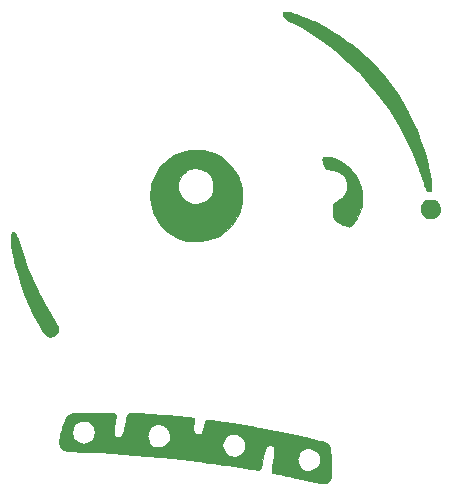
<source format=gbr>
G04 #@! TF.GenerationSoftware,KiCad,Pcbnew,(5.1.4)-1*
G04 #@! TF.CreationDate,2020-11-27T18:52:48+01:00*
G04 #@! TF.ProjectId,SpaceBADGE,53706163-6542-4414-9447-452e6b696361,rev?*
G04 #@! TF.SameCoordinates,Original*
G04 #@! TF.FileFunction,Legend,Top*
G04 #@! TF.FilePolarity,Positive*
%FSLAX46Y46*%
G04 Gerber Fmt 4.6, Leading zero omitted, Abs format (unit mm)*
G04 Created by KiCad (PCBNEW (5.1.4)-1) date 2020-11-27 18:52:48*
%MOMM*%
%LPD*%
G04 APERTURE LIST*
%ADD10C,0.010000*%
G04 APERTURE END LIST*
D10*
G36*
X94856239Y-100756658D02*
G01*
X94995317Y-100778211D01*
X95162241Y-100814868D01*
X95353581Y-100865532D01*
X95565910Y-100929109D01*
X95795800Y-101004503D01*
X96039823Y-101090617D01*
X96294550Y-101186357D01*
X96556553Y-101290625D01*
X96822405Y-101402327D01*
X97088677Y-101520366D01*
X97190382Y-101567178D01*
X97740955Y-101838343D01*
X98301274Y-102143303D01*
X98863696Y-102477260D01*
X99420577Y-102835412D01*
X99964275Y-103212958D01*
X100487145Y-103605099D01*
X100685717Y-103762522D01*
X101101533Y-104110949D01*
X101524585Y-104490976D01*
X101946953Y-104894675D01*
X102360721Y-105314118D01*
X102757969Y-105741376D01*
X103130781Y-106168522D01*
X103331962Y-106412183D01*
X103837652Y-107071900D01*
X104312696Y-107760497D01*
X104756802Y-108477346D01*
X105169681Y-109221822D01*
X105551042Y-109993299D01*
X105900595Y-110791150D01*
X106218049Y-111614750D01*
X106503115Y-112463472D01*
X106755502Y-113336690D01*
X106974920Y-114233778D01*
X106991215Y-114307350D01*
X107039773Y-114532990D01*
X107078478Y-114724853D01*
X107108345Y-114890076D01*
X107130394Y-115035797D01*
X107145640Y-115169152D01*
X107155103Y-115297279D01*
X107159797Y-115427315D01*
X107160681Y-115496228D01*
X107161031Y-115620974D01*
X107159685Y-115710945D01*
X107155801Y-115773693D01*
X107148539Y-115816769D01*
X107137056Y-115847723D01*
X107120512Y-115874106D01*
X107118217Y-115877228D01*
X107086906Y-115912121D01*
X107049557Y-115931383D01*
X106991781Y-115940630D01*
X106948833Y-115943349D01*
X106860014Y-115942050D01*
X106799908Y-115929082D01*
X106787592Y-115922182D01*
X106757902Y-115888161D01*
X106721510Y-115824874D01*
X106677711Y-115730554D01*
X106625802Y-115603433D01*
X106565079Y-115441742D01*
X106494837Y-115243713D01*
X106414374Y-115007579D01*
X106367969Y-114868267D01*
X106281494Y-114608006D01*
X106205401Y-114381599D01*
X106137361Y-114182523D01*
X106075044Y-114004252D01*
X106016118Y-113840263D01*
X105958254Y-113684029D01*
X105899121Y-113529028D01*
X105836390Y-113368733D01*
X105797206Y-113270183D01*
X105421901Y-112387723D01*
X105007940Y-111522027D01*
X104555881Y-110673907D01*
X104066278Y-109844173D01*
X103539689Y-109033637D01*
X102976669Y-108243108D01*
X102377776Y-107473398D01*
X101743565Y-106725318D01*
X101074594Y-105999678D01*
X100371418Y-105297289D01*
X100241217Y-105173354D01*
X99696932Y-104671483D01*
X99163046Y-104205080D01*
X98634259Y-103770299D01*
X98105270Y-103363291D01*
X97570779Y-102980210D01*
X97025488Y-102617210D01*
X96464096Y-102270441D01*
X95881303Y-101936059D01*
X95489300Y-101723952D01*
X95282601Y-101613320D01*
X95110781Y-101518297D01*
X94970379Y-101436542D01*
X94857935Y-101365716D01*
X94769986Y-101303480D01*
X94703072Y-101247494D01*
X94653732Y-101195419D01*
X94618504Y-101144915D01*
X94610173Y-101129727D01*
X94585614Y-101052425D01*
X94581194Y-100965340D01*
X94594751Y-100880632D01*
X94624123Y-100810460D01*
X94667149Y-100766983D01*
X94675331Y-100763248D01*
X94748435Y-100751306D01*
X94856239Y-100756658D01*
X94856239Y-100756658D01*
G37*
X94856239Y-100756658D02*
X94995317Y-100778211D01*
X95162241Y-100814868D01*
X95353581Y-100865532D01*
X95565910Y-100929109D01*
X95795800Y-101004503D01*
X96039823Y-101090617D01*
X96294550Y-101186357D01*
X96556553Y-101290625D01*
X96822405Y-101402327D01*
X97088677Y-101520366D01*
X97190382Y-101567178D01*
X97740955Y-101838343D01*
X98301274Y-102143303D01*
X98863696Y-102477260D01*
X99420577Y-102835412D01*
X99964275Y-103212958D01*
X100487145Y-103605099D01*
X100685717Y-103762522D01*
X101101533Y-104110949D01*
X101524585Y-104490976D01*
X101946953Y-104894675D01*
X102360721Y-105314118D01*
X102757969Y-105741376D01*
X103130781Y-106168522D01*
X103331962Y-106412183D01*
X103837652Y-107071900D01*
X104312696Y-107760497D01*
X104756802Y-108477346D01*
X105169681Y-109221822D01*
X105551042Y-109993299D01*
X105900595Y-110791150D01*
X106218049Y-111614750D01*
X106503115Y-112463472D01*
X106755502Y-113336690D01*
X106974920Y-114233778D01*
X106991215Y-114307350D01*
X107039773Y-114532990D01*
X107078478Y-114724853D01*
X107108345Y-114890076D01*
X107130394Y-115035797D01*
X107145640Y-115169152D01*
X107155103Y-115297279D01*
X107159797Y-115427315D01*
X107160681Y-115496228D01*
X107161031Y-115620974D01*
X107159685Y-115710945D01*
X107155801Y-115773693D01*
X107148539Y-115816769D01*
X107137056Y-115847723D01*
X107120512Y-115874106D01*
X107118217Y-115877228D01*
X107086906Y-115912121D01*
X107049557Y-115931383D01*
X106991781Y-115940630D01*
X106948833Y-115943349D01*
X106860014Y-115942050D01*
X106799908Y-115929082D01*
X106787592Y-115922182D01*
X106757902Y-115888161D01*
X106721510Y-115824874D01*
X106677711Y-115730554D01*
X106625802Y-115603433D01*
X106565079Y-115441742D01*
X106494837Y-115243713D01*
X106414374Y-115007579D01*
X106367969Y-114868267D01*
X106281494Y-114608006D01*
X106205401Y-114381599D01*
X106137361Y-114182523D01*
X106075044Y-114004252D01*
X106016118Y-113840263D01*
X105958254Y-113684029D01*
X105899121Y-113529028D01*
X105836390Y-113368733D01*
X105797206Y-113270183D01*
X105421901Y-112387723D01*
X105007940Y-111522027D01*
X104555881Y-110673907D01*
X104066278Y-109844173D01*
X103539689Y-109033637D01*
X102976669Y-108243108D01*
X102377776Y-107473398D01*
X101743565Y-106725318D01*
X101074594Y-105999678D01*
X100371418Y-105297289D01*
X100241217Y-105173354D01*
X99696932Y-104671483D01*
X99163046Y-104205080D01*
X98634259Y-103770299D01*
X98105270Y-103363291D01*
X97570779Y-102980210D01*
X97025488Y-102617210D01*
X96464096Y-102270441D01*
X95881303Y-101936059D01*
X95489300Y-101723952D01*
X95282601Y-101613320D01*
X95110781Y-101518297D01*
X94970379Y-101436542D01*
X94857935Y-101365716D01*
X94769986Y-101303480D01*
X94703072Y-101247494D01*
X94653732Y-101195419D01*
X94618504Y-101144915D01*
X94610173Y-101129727D01*
X94585614Y-101052425D01*
X94581194Y-100965340D01*
X94594751Y-100880632D01*
X94624123Y-100810460D01*
X94667149Y-100766983D01*
X94675331Y-100763248D01*
X94748435Y-100751306D01*
X94856239Y-100756658D01*
G36*
X107243271Y-116682111D02*
G01*
X107365166Y-116695084D01*
X107463346Y-116720152D01*
X107546834Y-116759912D01*
X107624657Y-116816962D01*
X107651202Y-116840550D01*
X107737772Y-116947084D01*
X107803247Y-117083812D01*
X107845648Y-117243156D01*
X107862997Y-117417538D01*
X107853315Y-117599380D01*
X107851957Y-117609460D01*
X107818265Y-117772024D01*
X107763742Y-117904848D01*
X107683258Y-118014600D01*
X107571681Y-118107945D01*
X107423881Y-118191549D01*
X107392545Y-118206303D01*
X107249597Y-118253551D01*
X107093845Y-118273899D01*
X106939543Y-118266860D01*
X106800948Y-118231948D01*
X106788524Y-118226915D01*
X106631917Y-118143728D01*
X106503621Y-118035968D01*
X106397750Y-117897803D01*
X106330630Y-117773084D01*
X106304206Y-117711918D01*
X106287433Y-117656287D01*
X106278189Y-117593376D01*
X106274354Y-117510368D01*
X106273750Y-117429433D01*
X106274980Y-117323487D01*
X106280073Y-117247047D01*
X106291139Y-117187322D01*
X106310285Y-117131523D01*
X106330252Y-117086607D01*
X106417238Y-116945434D01*
X106531684Y-116828536D01*
X106665814Y-116743455D01*
X106699022Y-116729023D01*
X106759608Y-116707217D01*
X106818474Y-116692717D01*
X106886781Y-116684080D01*
X106975689Y-116679862D01*
X107088633Y-116678635D01*
X107243271Y-116682111D01*
X107243271Y-116682111D01*
G37*
X107243271Y-116682111D02*
X107365166Y-116695084D01*
X107463346Y-116720152D01*
X107546834Y-116759912D01*
X107624657Y-116816962D01*
X107651202Y-116840550D01*
X107737772Y-116947084D01*
X107803247Y-117083812D01*
X107845648Y-117243156D01*
X107862997Y-117417538D01*
X107853315Y-117599380D01*
X107851957Y-117609460D01*
X107818265Y-117772024D01*
X107763742Y-117904848D01*
X107683258Y-118014600D01*
X107571681Y-118107945D01*
X107423881Y-118191549D01*
X107392545Y-118206303D01*
X107249597Y-118253551D01*
X107093845Y-118273899D01*
X106939543Y-118266860D01*
X106800948Y-118231948D01*
X106788524Y-118226915D01*
X106631917Y-118143728D01*
X106503621Y-118035968D01*
X106397750Y-117897803D01*
X106330630Y-117773084D01*
X106304206Y-117711918D01*
X106287433Y-117656287D01*
X106278189Y-117593376D01*
X106274354Y-117510368D01*
X106273750Y-117429433D01*
X106274980Y-117323487D01*
X106280073Y-117247047D01*
X106291139Y-117187322D01*
X106310285Y-117131523D01*
X106330252Y-117086607D01*
X106417238Y-116945434D01*
X106531684Y-116828536D01*
X106665814Y-116743455D01*
X106699022Y-116729023D01*
X106759608Y-116707217D01*
X106818474Y-116692717D01*
X106886781Y-116684080D01*
X106975689Y-116679862D01*
X107088633Y-116678635D01*
X107243271Y-116682111D01*
G36*
X98302290Y-113030767D02*
G01*
X98468960Y-113056631D01*
X98668618Y-113106627D01*
X98897012Y-113179075D01*
X99269476Y-113327592D01*
X99614446Y-113507503D01*
X99930960Y-113717847D01*
X100218054Y-113957664D01*
X100474763Y-114225990D01*
X100700124Y-114521865D01*
X100893174Y-114844328D01*
X101052950Y-115192416D01*
X101130761Y-115408017D01*
X101187411Y-115589949D01*
X101230296Y-115751265D01*
X101261119Y-115903344D01*
X101281581Y-116057567D01*
X101293384Y-116225313D01*
X101298232Y-116417962D01*
X101298574Y-116529850D01*
X101293103Y-116787842D01*
X101276356Y-117015088D01*
X101245914Y-117222239D01*
X101199361Y-117419944D01*
X101134278Y-117618854D01*
X101048249Y-117829618D01*
X100960798Y-118017893D01*
X100850500Y-118233288D01*
X100738100Y-118429175D01*
X100626613Y-118601133D01*
X100519058Y-118744739D01*
X100418449Y-118855568D01*
X100349166Y-118914666D01*
X100288553Y-118951074D01*
X100225979Y-118969383D01*
X100152651Y-118969492D01*
X100059772Y-118951299D01*
X99938548Y-118914703D01*
X99923717Y-118909755D01*
X99809411Y-118867215D01*
X99677218Y-118811348D01*
X99536633Y-118746827D01*
X99397153Y-118678323D01*
X99268274Y-118610509D01*
X99159492Y-118548057D01*
X99080302Y-118495639D01*
X99077050Y-118493183D01*
X98994483Y-118423898D01*
X98928611Y-118351764D01*
X98877828Y-118271279D01*
X98840528Y-118176939D01*
X98815107Y-118063242D01*
X98799960Y-117924687D01*
X98793481Y-117755770D01*
X98794064Y-117550989D01*
X98794516Y-117524683D01*
X98797150Y-117372491D01*
X98801551Y-117252830D01*
X98811841Y-117159235D01*
X98832143Y-117085241D01*
X98866579Y-117024385D01*
X98919272Y-116970200D01*
X98994345Y-116916222D01*
X99095920Y-116855986D01*
X99228120Y-116783028D01*
X99288625Y-116749863D01*
X99420057Y-116665782D01*
X99552514Y-116560058D01*
X99676968Y-116441576D01*
X99784392Y-116319225D01*
X99865756Y-116201891D01*
X99888464Y-116159433D01*
X99951030Y-116013614D01*
X99991223Y-115876422D01*
X100011813Y-115733299D01*
X100015570Y-115569686D01*
X100013349Y-115503267D01*
X99984511Y-115246525D01*
X99921651Y-115014208D01*
X99824085Y-114804654D01*
X99691130Y-114616198D01*
X99614743Y-114532948D01*
X99463972Y-114401129D01*
X99300554Y-114299003D01*
X99118040Y-114223851D01*
X98909984Y-114172956D01*
X98696050Y-114145684D01*
X98559985Y-114133907D01*
X98459150Y-114123879D01*
X98386562Y-114114130D01*
X98335242Y-114103190D01*
X98298207Y-114089586D01*
X98268477Y-114071847D01*
X98240468Y-114049682D01*
X98179557Y-113980764D01*
X98117575Y-113880156D01*
X98058690Y-113758179D01*
X98007067Y-113625151D01*
X97966874Y-113491391D01*
X97942278Y-113367219D01*
X97936639Y-113297233D01*
X97936993Y-113218084D01*
X97944180Y-113167210D01*
X97962039Y-113130661D01*
X97991701Y-113097189D01*
X98064513Y-113051122D01*
X98167759Y-113028956D01*
X98302290Y-113030767D01*
X98302290Y-113030767D01*
G37*
X98302290Y-113030767D02*
X98468960Y-113056631D01*
X98668618Y-113106627D01*
X98897012Y-113179075D01*
X99269476Y-113327592D01*
X99614446Y-113507503D01*
X99930960Y-113717847D01*
X100218054Y-113957664D01*
X100474763Y-114225990D01*
X100700124Y-114521865D01*
X100893174Y-114844328D01*
X101052950Y-115192416D01*
X101130761Y-115408017D01*
X101187411Y-115589949D01*
X101230296Y-115751265D01*
X101261119Y-115903344D01*
X101281581Y-116057567D01*
X101293384Y-116225313D01*
X101298232Y-116417962D01*
X101298574Y-116529850D01*
X101293103Y-116787842D01*
X101276356Y-117015088D01*
X101245914Y-117222239D01*
X101199361Y-117419944D01*
X101134278Y-117618854D01*
X101048249Y-117829618D01*
X100960798Y-118017893D01*
X100850500Y-118233288D01*
X100738100Y-118429175D01*
X100626613Y-118601133D01*
X100519058Y-118744739D01*
X100418449Y-118855568D01*
X100349166Y-118914666D01*
X100288553Y-118951074D01*
X100225979Y-118969383D01*
X100152651Y-118969492D01*
X100059772Y-118951299D01*
X99938548Y-118914703D01*
X99923717Y-118909755D01*
X99809411Y-118867215D01*
X99677218Y-118811348D01*
X99536633Y-118746827D01*
X99397153Y-118678323D01*
X99268274Y-118610509D01*
X99159492Y-118548057D01*
X99080302Y-118495639D01*
X99077050Y-118493183D01*
X98994483Y-118423898D01*
X98928611Y-118351764D01*
X98877828Y-118271279D01*
X98840528Y-118176939D01*
X98815107Y-118063242D01*
X98799960Y-117924687D01*
X98793481Y-117755770D01*
X98794064Y-117550989D01*
X98794516Y-117524683D01*
X98797150Y-117372491D01*
X98801551Y-117252830D01*
X98811841Y-117159235D01*
X98832143Y-117085241D01*
X98866579Y-117024385D01*
X98919272Y-116970200D01*
X98994345Y-116916222D01*
X99095920Y-116855986D01*
X99228120Y-116783028D01*
X99288625Y-116749863D01*
X99420057Y-116665782D01*
X99552514Y-116560058D01*
X99676968Y-116441576D01*
X99784392Y-116319225D01*
X99865756Y-116201891D01*
X99888464Y-116159433D01*
X99951030Y-116013614D01*
X99991223Y-115876422D01*
X100011813Y-115733299D01*
X100015570Y-115569686D01*
X100013349Y-115503267D01*
X99984511Y-115246525D01*
X99921651Y-115014208D01*
X99824085Y-114804654D01*
X99691130Y-114616198D01*
X99614743Y-114532948D01*
X99463972Y-114401129D01*
X99300554Y-114299003D01*
X99118040Y-114223851D01*
X98909984Y-114172956D01*
X98696050Y-114145684D01*
X98559985Y-114133907D01*
X98459150Y-114123879D01*
X98386562Y-114114130D01*
X98335242Y-114103190D01*
X98298207Y-114089586D01*
X98268477Y-114071847D01*
X98240468Y-114049682D01*
X98179557Y-113980764D01*
X98117575Y-113880156D01*
X98058690Y-113758179D01*
X98007067Y-113625151D01*
X97966874Y-113491391D01*
X97942278Y-113367219D01*
X97936639Y-113297233D01*
X97936993Y-113218084D01*
X97944180Y-113167210D01*
X97962039Y-113130661D01*
X97991701Y-113097189D01*
X98064513Y-113051122D01*
X98167759Y-113028956D01*
X98302290Y-113030767D01*
G36*
X87663892Y-112479388D02*
G01*
X87988467Y-112513713D01*
X88096817Y-112530554D01*
X88436052Y-112609106D01*
X88768422Y-112727702D01*
X89091242Y-112884260D01*
X89401825Y-113076697D01*
X89697484Y-113302930D01*
X89975535Y-113560877D01*
X90233290Y-113848456D01*
X90468063Y-114163583D01*
X90677168Y-114504177D01*
X90702623Y-114550767D01*
X90772248Y-114687750D01*
X90843484Y-114841500D01*
X90911714Y-115000876D01*
X90972326Y-115154740D01*
X91020703Y-115291956D01*
X91048086Y-115384548D01*
X91060751Y-115437906D01*
X91070959Y-115492537D01*
X91079072Y-115554070D01*
X91085447Y-115628133D01*
X91090446Y-115720355D01*
X91094427Y-115836365D01*
X91097751Y-115981792D01*
X91100777Y-116162265D01*
X91101664Y-116222933D01*
X91104266Y-116466341D01*
X91103862Y-116673645D01*
X91099434Y-116851031D01*
X91089965Y-117004681D01*
X91074439Y-117140780D01*
X91051837Y-117265510D01*
X91021143Y-117385057D01*
X90981339Y-117505603D01*
X90931407Y-117633332D01*
X90870332Y-117774429D01*
X90832766Y-117857465D01*
X90636594Y-118245292D01*
X90418861Y-118596811D01*
X90179151Y-118912385D01*
X89917051Y-119192378D01*
X89632146Y-119437155D01*
X89324022Y-119647080D01*
X88992264Y-119822517D01*
X88636459Y-119963829D01*
X88334967Y-120052367D01*
X88208104Y-120081192D01*
X88060638Y-120109945D01*
X87914115Y-120134616D01*
X87826967Y-120146895D01*
X87695966Y-120160499D01*
X87540258Y-120172073D01*
X87369203Y-120181347D01*
X87192164Y-120188048D01*
X87018501Y-120191905D01*
X86857578Y-120192647D01*
X86718755Y-120190003D01*
X86611394Y-120183700D01*
X86599300Y-120182499D01*
X86387970Y-120146517D01*
X86155064Y-120082950D01*
X85907829Y-119995218D01*
X85653512Y-119886741D01*
X85399361Y-119760938D01*
X85152623Y-119621231D01*
X84920545Y-119471037D01*
X84710375Y-119313779D01*
X84647964Y-119261691D01*
X84469708Y-119091318D01*
X84290228Y-118887538D01*
X84115665Y-118658633D01*
X83952159Y-118412886D01*
X83805852Y-118158577D01*
X83752309Y-118053850D01*
X83593529Y-117684719D01*
X83474739Y-117306657D01*
X83395456Y-116922604D01*
X83355194Y-116535498D01*
X83353470Y-116148278D01*
X83389801Y-115763882D01*
X83458771Y-115410511D01*
X85679520Y-115410511D01*
X85688023Y-115614886D01*
X85734793Y-115827385D01*
X85819298Y-116050798D01*
X85890575Y-116196332D01*
X86030993Y-116427715D01*
X86190517Y-116624199D01*
X86373541Y-116790582D01*
X86539993Y-116905335D01*
X86719612Y-117001377D01*
X86891377Y-117062861D01*
X87063118Y-117090531D01*
X87242667Y-117085130D01*
X87437854Y-117047400D01*
X87581865Y-117004209D01*
X87848996Y-116897766D01*
X88079962Y-116769346D01*
X88274878Y-116618790D01*
X88433856Y-116445936D01*
X88557011Y-116250625D01*
X88644456Y-116032698D01*
X88696304Y-115791994D01*
X88712670Y-115528354D01*
X88709423Y-115418600D01*
X88677033Y-115162070D01*
X88609413Y-114928075D01*
X88507973Y-114717948D01*
X88374122Y-114533019D01*
X88209270Y-114374620D01*
X88014827Y-114244083D01*
X87792203Y-114142739D01*
X87542809Y-114071920D01*
X87268052Y-114032958D01*
X87240143Y-114030925D01*
X87004049Y-114028019D01*
X86799753Y-114053045D01*
X86627261Y-114106002D01*
X86571728Y-114132555D01*
X86484874Y-114188822D01*
X86378762Y-114274161D01*
X86259384Y-114383663D01*
X86229556Y-114412863D01*
X86038774Y-114618462D01*
X85888910Y-114818236D01*
X85779433Y-115014976D01*
X85709813Y-115211471D01*
X85679520Y-115410511D01*
X83458771Y-115410511D01*
X83463702Y-115385249D01*
X83574690Y-115015317D01*
X83722280Y-114657025D01*
X83905988Y-114313311D01*
X84125331Y-113987114D01*
X84379826Y-113681373D01*
X84491455Y-113565365D01*
X84744277Y-113333293D01*
X85013451Y-113123373D01*
X85291664Y-112940498D01*
X85571606Y-112789560D01*
X85792604Y-112694822D01*
X86055167Y-112611621D01*
X86348192Y-112546574D01*
X86663626Y-112500252D01*
X86993422Y-112473232D01*
X87329527Y-112466086D01*
X87663892Y-112479388D01*
X87663892Y-112479388D01*
G37*
X87663892Y-112479388D02*
X87988467Y-112513713D01*
X88096817Y-112530554D01*
X88436052Y-112609106D01*
X88768422Y-112727702D01*
X89091242Y-112884260D01*
X89401825Y-113076697D01*
X89697484Y-113302930D01*
X89975535Y-113560877D01*
X90233290Y-113848456D01*
X90468063Y-114163583D01*
X90677168Y-114504177D01*
X90702623Y-114550767D01*
X90772248Y-114687750D01*
X90843484Y-114841500D01*
X90911714Y-115000876D01*
X90972326Y-115154740D01*
X91020703Y-115291956D01*
X91048086Y-115384548D01*
X91060751Y-115437906D01*
X91070959Y-115492537D01*
X91079072Y-115554070D01*
X91085447Y-115628133D01*
X91090446Y-115720355D01*
X91094427Y-115836365D01*
X91097751Y-115981792D01*
X91100777Y-116162265D01*
X91101664Y-116222933D01*
X91104266Y-116466341D01*
X91103862Y-116673645D01*
X91099434Y-116851031D01*
X91089965Y-117004681D01*
X91074439Y-117140780D01*
X91051837Y-117265510D01*
X91021143Y-117385057D01*
X90981339Y-117505603D01*
X90931407Y-117633332D01*
X90870332Y-117774429D01*
X90832766Y-117857465D01*
X90636594Y-118245292D01*
X90418861Y-118596811D01*
X90179151Y-118912385D01*
X89917051Y-119192378D01*
X89632146Y-119437155D01*
X89324022Y-119647080D01*
X88992264Y-119822517D01*
X88636459Y-119963829D01*
X88334967Y-120052367D01*
X88208104Y-120081192D01*
X88060638Y-120109945D01*
X87914115Y-120134616D01*
X87826967Y-120146895D01*
X87695966Y-120160499D01*
X87540258Y-120172073D01*
X87369203Y-120181347D01*
X87192164Y-120188048D01*
X87018501Y-120191905D01*
X86857578Y-120192647D01*
X86718755Y-120190003D01*
X86611394Y-120183700D01*
X86599300Y-120182499D01*
X86387970Y-120146517D01*
X86155064Y-120082950D01*
X85907829Y-119995218D01*
X85653512Y-119886741D01*
X85399361Y-119760938D01*
X85152623Y-119621231D01*
X84920545Y-119471037D01*
X84710375Y-119313779D01*
X84647964Y-119261691D01*
X84469708Y-119091318D01*
X84290228Y-118887538D01*
X84115665Y-118658633D01*
X83952159Y-118412886D01*
X83805852Y-118158577D01*
X83752309Y-118053850D01*
X83593529Y-117684719D01*
X83474739Y-117306657D01*
X83395456Y-116922604D01*
X83355194Y-116535498D01*
X83353470Y-116148278D01*
X83389801Y-115763882D01*
X83458771Y-115410511D01*
X85679520Y-115410511D01*
X85688023Y-115614886D01*
X85734793Y-115827385D01*
X85819298Y-116050798D01*
X85890575Y-116196332D01*
X86030993Y-116427715D01*
X86190517Y-116624199D01*
X86373541Y-116790582D01*
X86539993Y-116905335D01*
X86719612Y-117001377D01*
X86891377Y-117062861D01*
X87063118Y-117090531D01*
X87242667Y-117085130D01*
X87437854Y-117047400D01*
X87581865Y-117004209D01*
X87848996Y-116897766D01*
X88079962Y-116769346D01*
X88274878Y-116618790D01*
X88433856Y-116445936D01*
X88557011Y-116250625D01*
X88644456Y-116032698D01*
X88696304Y-115791994D01*
X88712670Y-115528354D01*
X88709423Y-115418600D01*
X88677033Y-115162070D01*
X88609413Y-114928075D01*
X88507973Y-114717948D01*
X88374122Y-114533019D01*
X88209270Y-114374620D01*
X88014827Y-114244083D01*
X87792203Y-114142739D01*
X87542809Y-114071920D01*
X87268052Y-114032958D01*
X87240143Y-114030925D01*
X87004049Y-114028019D01*
X86799753Y-114053045D01*
X86627261Y-114106002D01*
X86571728Y-114132555D01*
X86484874Y-114188822D01*
X86378762Y-114274161D01*
X86259384Y-114383663D01*
X86229556Y-114412863D01*
X86038774Y-114618462D01*
X85888910Y-114818236D01*
X85779433Y-115014976D01*
X85709813Y-115211471D01*
X85679520Y-115410511D01*
X83458771Y-115410511D01*
X83463702Y-115385249D01*
X83574690Y-115015317D01*
X83722280Y-114657025D01*
X83905988Y-114313311D01*
X84125331Y-113987114D01*
X84379826Y-113681373D01*
X84491455Y-113565365D01*
X84744277Y-113333293D01*
X85013451Y-113123373D01*
X85291664Y-112940498D01*
X85571606Y-112789560D01*
X85792604Y-112694822D01*
X86055167Y-112611621D01*
X86348192Y-112546574D01*
X86663626Y-112500252D01*
X86993422Y-112473232D01*
X87329527Y-112466086D01*
X87663892Y-112479388D01*
G36*
X71834518Y-119446746D02*
G01*
X71898128Y-119482262D01*
X71903609Y-119487892D01*
X71932379Y-119524168D01*
X71962827Y-119573217D01*
X71996007Y-119637862D01*
X72032975Y-119720930D01*
X72074785Y-119825247D01*
X72122494Y-119953638D01*
X72177157Y-120108928D01*
X72239829Y-120293943D01*
X72311566Y-120511510D01*
X72393422Y-120764453D01*
X72470860Y-121006600D01*
X72655813Y-121569617D01*
X72842177Y-122099934D01*
X73033802Y-122607110D01*
X73234539Y-123100708D01*
X73448239Y-123590290D01*
X73678752Y-124085417D01*
X73860310Y-124456767D01*
X73971706Y-124679040D01*
X74073271Y-124878269D01*
X74169155Y-125061968D01*
X74263505Y-125237650D01*
X74360470Y-125412828D01*
X74464197Y-125595016D01*
X74578835Y-125791727D01*
X74708532Y-126010474D01*
X74830257Y-126213600D01*
X74985380Y-126473123D01*
X75118779Y-126699957D01*
X75231837Y-126896885D01*
X75325937Y-127066688D01*
X75402461Y-127212149D01*
X75462794Y-127336049D01*
X75508319Y-127441170D01*
X75540417Y-127530295D01*
X75560474Y-127606206D01*
X75569871Y-127671683D01*
X75571002Y-127703469D01*
X75550227Y-127843942D01*
X75491844Y-127972384D01*
X75399892Y-128084345D01*
X75278411Y-128175374D01*
X75131441Y-128241020D01*
X75066587Y-128259136D01*
X74989103Y-128276275D01*
X74933449Y-128283348D01*
X74880442Y-128280777D01*
X74810898Y-128268982D01*
X74791406Y-128265178D01*
X74712783Y-128243463D01*
X74637565Y-128208137D01*
X74562880Y-128155981D01*
X74485852Y-128083779D01*
X74403606Y-127988314D01*
X74313269Y-127866366D01*
X74211966Y-127714720D01*
X74096822Y-127530157D01*
X74018696Y-127400264D01*
X73625993Y-126706689D01*
X73271462Y-126008650D01*
X72951115Y-125297868D01*
X72687326Y-124636683D01*
X72517112Y-124167845D01*
X72355866Y-123692339D01*
X72205028Y-123215510D01*
X72066038Y-122742699D01*
X71940334Y-122279249D01*
X71829356Y-121830502D01*
X71734543Y-121401800D01*
X71657333Y-120998486D01*
X71599167Y-120625902D01*
X71591777Y-120569908D01*
X71575712Y-120423276D01*
X71563421Y-120267328D01*
X71555043Y-120109656D01*
X71550719Y-119957854D01*
X71550591Y-119819516D01*
X71554797Y-119702235D01*
X71563480Y-119613604D01*
X71573261Y-119569782D01*
X71614988Y-119505359D01*
X71680643Y-119461345D01*
X71757922Y-119440790D01*
X71834518Y-119446746D01*
X71834518Y-119446746D01*
G37*
X71834518Y-119446746D02*
X71898128Y-119482262D01*
X71903609Y-119487892D01*
X71932379Y-119524168D01*
X71962827Y-119573217D01*
X71996007Y-119637862D01*
X72032975Y-119720930D01*
X72074785Y-119825247D01*
X72122494Y-119953638D01*
X72177157Y-120108928D01*
X72239829Y-120293943D01*
X72311566Y-120511510D01*
X72393422Y-120764453D01*
X72470860Y-121006600D01*
X72655813Y-121569617D01*
X72842177Y-122099934D01*
X73033802Y-122607110D01*
X73234539Y-123100708D01*
X73448239Y-123590290D01*
X73678752Y-124085417D01*
X73860310Y-124456767D01*
X73971706Y-124679040D01*
X74073271Y-124878269D01*
X74169155Y-125061968D01*
X74263505Y-125237650D01*
X74360470Y-125412828D01*
X74464197Y-125595016D01*
X74578835Y-125791727D01*
X74708532Y-126010474D01*
X74830257Y-126213600D01*
X74985380Y-126473123D01*
X75118779Y-126699957D01*
X75231837Y-126896885D01*
X75325937Y-127066688D01*
X75402461Y-127212149D01*
X75462794Y-127336049D01*
X75508319Y-127441170D01*
X75540417Y-127530295D01*
X75560474Y-127606206D01*
X75569871Y-127671683D01*
X75571002Y-127703469D01*
X75550227Y-127843942D01*
X75491844Y-127972384D01*
X75399892Y-128084345D01*
X75278411Y-128175374D01*
X75131441Y-128241020D01*
X75066587Y-128259136D01*
X74989103Y-128276275D01*
X74933449Y-128283348D01*
X74880442Y-128280777D01*
X74810898Y-128268982D01*
X74791406Y-128265178D01*
X74712783Y-128243463D01*
X74637565Y-128208137D01*
X74562880Y-128155981D01*
X74485852Y-128083779D01*
X74403606Y-127988314D01*
X74313269Y-127866366D01*
X74211966Y-127714720D01*
X74096822Y-127530157D01*
X74018696Y-127400264D01*
X73625993Y-126706689D01*
X73271462Y-126008650D01*
X72951115Y-125297868D01*
X72687326Y-124636683D01*
X72517112Y-124167845D01*
X72355866Y-123692339D01*
X72205028Y-123215510D01*
X72066038Y-122742699D01*
X71940334Y-122279249D01*
X71829356Y-121830502D01*
X71734543Y-121401800D01*
X71657333Y-120998486D01*
X71599167Y-120625902D01*
X71591777Y-120569908D01*
X71575712Y-120423276D01*
X71563421Y-120267328D01*
X71555043Y-120109656D01*
X71550719Y-119957854D01*
X71550591Y-119819516D01*
X71554797Y-119702235D01*
X71563480Y-119613604D01*
X71573261Y-119569782D01*
X71614988Y-119505359D01*
X71680643Y-119461345D01*
X71757922Y-119440790D01*
X71834518Y-119446746D01*
G36*
X79362934Y-134704471D02*
G01*
X79487300Y-134705313D01*
X79676940Y-134707278D01*
X79829203Y-134709304D01*
X79949041Y-134711727D01*
X80041411Y-134714882D01*
X80111265Y-134719105D01*
X80163559Y-134724731D01*
X80203246Y-134732096D01*
X80235282Y-134741536D01*
X80264620Y-134753387D01*
X80276473Y-134758768D01*
X80335078Y-134791116D01*
X80379818Y-134830466D01*
X80411090Y-134881233D01*
X80429294Y-134947836D01*
X80434829Y-135034692D01*
X80428094Y-135146219D01*
X80409488Y-135286833D01*
X80379410Y-135460953D01*
X80352555Y-135601017D01*
X80323523Y-135757034D01*
X80303748Y-135887524D01*
X80291559Y-136007861D01*
X80285283Y-136133414D01*
X80283484Y-136236017D01*
X80283148Y-136357376D01*
X80285060Y-136444730D01*
X80290119Y-136506387D01*
X80299225Y-136550653D01*
X80313280Y-136585837D01*
X80323383Y-136604221D01*
X80397292Y-136696126D01*
X80490839Y-136751379D01*
X80573643Y-136770114D01*
X80690582Y-136773853D01*
X80783611Y-136752396D01*
X80865458Y-136701754D01*
X80903787Y-136666632D01*
X80909767Y-136659350D01*
X83122143Y-136659350D01*
X83130559Y-136813068D01*
X83160920Y-136960296D01*
X83216607Y-137113622D01*
X83279498Y-137244962D01*
X83370038Y-137395764D01*
X83465112Y-137508807D01*
X83562937Y-137582077D01*
X83589769Y-137594855D01*
X83700512Y-137628064D01*
X83837549Y-137649693D01*
X83986241Y-137658956D01*
X84131951Y-137655072D01*
X84260038Y-137637256D01*
X84282394Y-137631916D01*
X84402232Y-137592261D01*
X84477492Y-137553370D01*
X89461729Y-137553370D01*
X89497029Y-137737032D01*
X89568579Y-137911397D01*
X89675191Y-138071506D01*
X89815677Y-138212399D01*
X89889819Y-138268339D01*
X90057536Y-138364510D01*
X90228732Y-138421772D01*
X90413370Y-138443048D01*
X90483383Y-138442522D01*
X90588091Y-138436400D01*
X90667712Y-138424231D01*
X90739429Y-138402267D01*
X90811467Y-138371009D01*
X90988139Y-138265213D01*
X91136771Y-138128403D01*
X91255096Y-137963146D01*
X91340848Y-137772011D01*
X91341324Y-137770600D01*
X91378143Y-137597125D01*
X91377424Y-137415322D01*
X91340783Y-137232960D01*
X91269834Y-137057808D01*
X91166193Y-136897638D01*
X91157640Y-136887047D01*
X91066720Y-136794933D01*
X90949589Y-136703137D01*
X90821012Y-136621601D01*
X90695751Y-136560266D01*
X90645754Y-136542322D01*
X90452475Y-136502613D01*
X90266520Y-136503847D01*
X90090532Y-136544894D01*
X89927153Y-136624622D01*
X89779024Y-136741900D01*
X89648788Y-136895600D01*
X89585202Y-136996197D01*
X89504627Y-137177993D01*
X89463866Y-137365370D01*
X89461729Y-137553370D01*
X84477492Y-137553370D01*
X84511157Y-137535974D01*
X84619553Y-137456492D01*
X84737801Y-137347248D01*
X84746664Y-137338369D01*
X84889075Y-137172788D01*
X84989274Y-137005127D01*
X85047242Y-136835464D01*
X85062961Y-136663876D01*
X85036415Y-136490439D01*
X84976330Y-136332743D01*
X84936960Y-136267437D01*
X84876746Y-136185474D01*
X84805374Y-136099524D01*
X84761487Y-136051589D01*
X84670990Y-135961694D01*
X84590416Y-135894763D01*
X84504798Y-135839514D01*
X84422547Y-135796112D01*
X84338412Y-135755354D01*
X84275051Y-135729379D01*
X84217798Y-135714862D01*
X84151991Y-135708473D01*
X84062966Y-135706887D01*
X84029146Y-135706850D01*
X83927058Y-135708003D01*
X83853457Y-135713192D01*
X83794519Y-135725011D01*
X83736422Y-135746053D01*
X83678300Y-135772686D01*
X83502498Y-135878771D01*
X83357768Y-136012556D01*
X83245928Y-136171142D01*
X83168799Y-136351628D01*
X83128198Y-136551113D01*
X83122143Y-136659350D01*
X80909767Y-136659350D01*
X80984175Y-136568746D01*
X81054596Y-136444486D01*
X81116022Y-136290855D01*
X81169430Y-136104860D01*
X81215793Y-135883505D01*
X81256085Y-135623793D01*
X81264751Y-135557089D01*
X81291512Y-135355845D01*
X81317111Y-135192596D01*
X81343121Y-135063089D01*
X81371116Y-134963076D01*
X81402670Y-134888304D01*
X81439355Y-134834523D01*
X81482746Y-134797482D01*
X81534416Y-134772931D01*
X81557702Y-134765670D01*
X81608302Y-134755715D01*
X81678610Y-134749090D01*
X81771723Y-134745852D01*
X81890740Y-134746053D01*
X82038760Y-134749747D01*
X82218880Y-134756988D01*
X82434198Y-134767830D01*
X82687813Y-134782327D01*
X82757550Y-134786528D01*
X82983689Y-134800658D01*
X83230286Y-134816762D01*
X83492447Y-134834474D01*
X83765277Y-134853427D01*
X84043879Y-134873254D01*
X84323359Y-134893587D01*
X84598821Y-134914060D01*
X84865370Y-134934306D01*
X85118110Y-134953958D01*
X85352146Y-134972648D01*
X85562583Y-134990010D01*
X85744526Y-135005677D01*
X85893078Y-135019281D01*
X85985467Y-135028526D01*
X86245503Y-135056557D01*
X86465679Y-135081274D01*
X86648309Y-135103010D01*
X86795709Y-135122099D01*
X86910194Y-135138874D01*
X86994079Y-135153670D01*
X87049679Y-135166819D01*
X87079309Y-135178655D01*
X87085884Y-135187070D01*
X87083272Y-135218542D01*
X87076223Y-135284053D01*
X87065645Y-135375648D01*
X87052448Y-135485372D01*
X87043550Y-135557406D01*
X87019864Y-135769501D01*
X87006958Y-135945178D01*
X87005300Y-136089078D01*
X87015358Y-136205839D01*
X87037600Y-136300102D01*
X87072496Y-136376509D01*
X87120513Y-136439698D01*
X87133980Y-136453353D01*
X87216439Y-136507029D01*
X87322894Y-136539313D01*
X87440320Y-136549338D01*
X87555688Y-136536240D01*
X87655972Y-136499153D01*
X87672539Y-136489130D01*
X87725612Y-136433935D01*
X87774999Y-136339816D01*
X87821091Y-136205775D01*
X87864276Y-136030812D01*
X87878557Y-135960850D01*
X87908903Y-135805537D01*
X87932662Y-135686314D01*
X87951436Y-135597734D01*
X87966827Y-135534355D01*
X87980436Y-135490730D01*
X87993865Y-135461414D01*
X88008716Y-135440964D01*
X88026590Y-135423934D01*
X88039766Y-135412811D01*
X88101646Y-135375638D01*
X88185249Y-135352443D01*
X88295605Y-135342688D01*
X88437744Y-135345838D01*
X88569009Y-135356424D01*
X88666168Y-135367362D01*
X88800724Y-135384565D01*
X88968314Y-135407367D01*
X89164573Y-135435096D01*
X89385139Y-135467086D01*
X89625647Y-135502668D01*
X89881732Y-135541172D01*
X90149032Y-135581931D01*
X90423183Y-135624276D01*
X90699819Y-135667539D01*
X90974578Y-135711050D01*
X91243096Y-135754141D01*
X91501008Y-135796145D01*
X91743952Y-135836391D01*
X91967562Y-135874212D01*
X92113217Y-135899404D01*
X92577492Y-135981995D01*
X93040840Y-136067131D01*
X93500822Y-136154257D01*
X93954997Y-136242818D01*
X94400925Y-136332259D01*
X94836164Y-136422023D01*
X95258274Y-136511556D01*
X95664816Y-136600302D01*
X96053347Y-136687705D01*
X96421429Y-136773210D01*
X96766621Y-136856262D01*
X97086481Y-136936306D01*
X97378570Y-137012785D01*
X97640447Y-137085144D01*
X97869671Y-137152828D01*
X98063803Y-137215282D01*
X98220401Y-137271949D01*
X98311172Y-137310054D01*
X98392309Y-137350831D01*
X98448952Y-137392258D01*
X98488498Y-137444402D01*
X98518339Y-137517332D01*
X98545870Y-137621117D01*
X98548784Y-137633594D01*
X98571942Y-137753912D01*
X98593314Y-137904497D01*
X98612737Y-138080195D01*
X98630046Y-138275850D01*
X98645076Y-138486306D01*
X98657663Y-138706408D01*
X98667642Y-138931001D01*
X98674849Y-139154928D01*
X98679120Y-139373035D01*
X98680289Y-139580167D01*
X98678192Y-139771167D01*
X98672664Y-139940880D01*
X98663542Y-140084151D01*
X98650660Y-140195824D01*
X98633854Y-140270744D01*
X98633025Y-140273108D01*
X98580565Y-140373429D01*
X98499956Y-140474277D01*
X98403258Y-140562937D01*
X98302531Y-140626693D01*
X98293883Y-140630684D01*
X98174949Y-140666306D01*
X98023620Y-140683001D01*
X97845490Y-140680523D01*
X97648300Y-140658954D01*
X97581614Y-140647306D01*
X97479692Y-140627459D01*
X97348557Y-140600680D01*
X97194234Y-140568235D01*
X97022748Y-140531394D01*
X96840122Y-140491422D01*
X96652381Y-140449587D01*
X96642883Y-140447450D01*
X96472903Y-140409253D01*
X96277786Y-140365520D01*
X96062547Y-140317368D01*
X95832198Y-140265910D01*
X95591753Y-140212264D01*
X95346226Y-140157544D01*
X95100631Y-140102866D01*
X94859982Y-140049345D01*
X94629291Y-139998097D01*
X94413573Y-139950237D01*
X94217842Y-139906882D01*
X94047110Y-139869145D01*
X93906392Y-139838143D01*
X93800702Y-139814992D01*
X93780092Y-139810508D01*
X93700272Y-139791602D01*
X93653763Y-139775106D01*
X93632082Y-139756660D01*
X93626751Y-139731905D01*
X93626751Y-139731683D01*
X93630018Y-139697926D01*
X93639090Y-139629202D01*
X93652978Y-139532330D01*
X93670696Y-139414128D01*
X93691256Y-139281415D01*
X93699212Y-139231100D01*
X93734730Y-139006900D01*
X93764030Y-138819478D01*
X93787715Y-138663833D01*
X93791358Y-138638692D01*
X95819276Y-138638692D01*
X95827576Y-138825908D01*
X95869658Y-139005848D01*
X95943364Y-139173564D01*
X96046535Y-139324109D01*
X96177012Y-139452536D01*
X96332638Y-139553896D01*
X96505813Y-139621742D01*
X96628209Y-139642584D01*
X96770260Y-139646137D01*
X96913295Y-139633087D01*
X97038643Y-139604120D01*
X97045050Y-139601941D01*
X97213056Y-139524604D01*
X97368508Y-139416852D01*
X97506084Y-139285136D01*
X97620460Y-139135902D01*
X97706315Y-138975601D01*
X97758326Y-138810681D01*
X97770388Y-138723088D01*
X97762422Y-138550099D01*
X97716677Y-138381992D01*
X97637709Y-138223403D01*
X97530070Y-138078968D01*
X97398315Y-137953325D01*
X97246998Y-137851110D01*
X97080673Y-137776960D01*
X96903896Y-137735511D01*
X96793267Y-137728267D01*
X96600158Y-137747354D01*
X96416215Y-137802136D01*
X96247572Y-137888896D01*
X96100360Y-138003916D01*
X95980712Y-138143476D01*
X95912657Y-138262220D01*
X95846916Y-138449147D01*
X95819276Y-138638692D01*
X93791358Y-138638692D01*
X93806389Y-138534964D01*
X93820655Y-138427867D01*
X93831116Y-138337542D01*
X93838376Y-138258987D01*
X93843037Y-138187200D01*
X93845703Y-138117180D01*
X93846978Y-138043924D01*
X93847288Y-138003433D01*
X93847222Y-137884038D01*
X93844822Y-137798421D01*
X93839116Y-137738048D01*
X93829132Y-137694385D01*
X93813899Y-137658897D01*
X93806550Y-137645812D01*
X93740002Y-137559263D01*
X93658003Y-137506465D01*
X93550888Y-137481686D01*
X93526376Y-137479638D01*
X93417515Y-137483678D01*
X93326693Y-137514926D01*
X93244028Y-137578373D01*
X93176667Y-137656269D01*
X93124439Y-137731932D01*
X93077945Y-137817086D01*
X93035934Y-137916175D01*
X92997157Y-138033637D01*
X92960365Y-138173915D01*
X92924308Y-138341449D01*
X92887736Y-138540681D01*
X92849400Y-138776051D01*
X92834808Y-138871267D01*
X92804977Y-139059454D01*
X92777100Y-139209676D01*
X92749003Y-139326100D01*
X92718518Y-139412895D01*
X92683473Y-139474226D01*
X92641696Y-139514261D01*
X92591018Y-139537167D01*
X92529266Y-139547112D01*
X92481943Y-139548600D01*
X92438589Y-139545422D01*
X92357307Y-139536253D01*
X92241996Y-139521636D01*
X92096552Y-139502117D01*
X91924873Y-139478241D01*
X91730858Y-139450551D01*
X91518404Y-139419593D01*
X91291408Y-139385911D01*
X91053770Y-139350050D01*
X90972856Y-139337705D01*
X90446598Y-139257506D01*
X89957753Y-139183709D01*
X89501985Y-139115728D01*
X89074954Y-139052975D01*
X88672323Y-138994863D01*
X88289754Y-138940806D01*
X87922907Y-138890216D01*
X87567446Y-138842507D01*
X87219031Y-138797091D01*
X86873325Y-138753382D01*
X86525990Y-138710792D01*
X86172686Y-138668735D01*
X85809077Y-138626623D01*
X85430823Y-138583870D01*
X85265800Y-138565498D01*
X84166445Y-138449072D01*
X83102546Y-138347591D01*
X82070069Y-138260752D01*
X81064977Y-138188254D01*
X80083236Y-138129791D01*
X79120810Y-138085062D01*
X78640633Y-138067589D01*
X78236414Y-138053380D01*
X77870800Y-138038626D01*
X77540064Y-138023120D01*
X77240478Y-138006657D01*
X76968316Y-137989032D01*
X76719850Y-137970038D01*
X76491354Y-137949470D01*
X76481633Y-137948519D01*
X76347696Y-137934448D01*
X76246509Y-137921065D01*
X76168571Y-137906418D01*
X76104383Y-137888552D01*
X76044442Y-137865514D01*
X76015967Y-137852774D01*
X75882067Y-137779838D01*
X75784579Y-137698056D01*
X75718497Y-137599925D01*
X75678819Y-137477939D01*
X75660541Y-137324594D01*
X75660264Y-137319302D01*
X75657954Y-137218823D01*
X75661865Y-137115740D01*
X75672951Y-137005187D01*
X75692167Y-136882296D01*
X75720465Y-136742201D01*
X75758800Y-136580037D01*
X75808125Y-136390936D01*
X75809997Y-136384183D01*
X76754640Y-136384183D01*
X76762937Y-136558513D01*
X76789074Y-136701892D01*
X76836959Y-136823340D01*
X76910493Y-136931880D01*
X77013583Y-137036533D01*
X77050792Y-137068466D01*
X77227274Y-137192880D01*
X77412391Y-137278181D01*
X77541211Y-137314338D01*
X77626854Y-137332370D01*
X77686978Y-137341903D01*
X77737409Y-137343536D01*
X77793971Y-137337867D01*
X77865659Y-137326615D01*
X78013863Y-137287527D01*
X78163424Y-137222230D01*
X78296997Y-137139036D01*
X78352226Y-137093456D01*
X78481883Y-136947200D01*
X78576643Y-136783620D01*
X78637264Y-136608013D01*
X78664502Y-136425676D01*
X78659113Y-136241905D01*
X78621854Y-136061997D01*
X78553480Y-135891248D01*
X78454748Y-135734957D01*
X78326414Y-135598418D01*
X78169234Y-135486930D01*
X78119055Y-135460379D01*
X78044539Y-135426128D01*
X77979943Y-135404352D01*
X77909964Y-135391608D01*
X77819299Y-135384453D01*
X77772078Y-135382316D01*
X77569162Y-135387839D01*
X77391806Y-135423348D01*
X77233664Y-135491002D01*
X77088391Y-135592961D01*
X77048345Y-135628711D01*
X76926426Y-135765583D01*
X76838421Y-135918391D01*
X76782500Y-136091842D01*
X76756834Y-136290641D01*
X76754640Y-136384183D01*
X75809997Y-136384183D01*
X75869394Y-136170032D01*
X75920268Y-135992600D01*
X75987035Y-135767258D01*
X76046650Y-135578830D01*
X76101181Y-135422916D01*
X76152696Y-135295112D01*
X76203263Y-135191016D01*
X76254949Y-135106226D01*
X76309822Y-135036340D01*
X76369950Y-134976955D01*
X76414320Y-134940762D01*
X76516690Y-134880655D01*
X76653216Y-134828205D01*
X76816020Y-134786065D01*
X76936717Y-134764798D01*
X77004457Y-134757855D01*
X77109705Y-134750884D01*
X77247635Y-134743996D01*
X77413423Y-134737304D01*
X77602243Y-134730921D01*
X77809270Y-134724959D01*
X78029679Y-134719531D01*
X78258644Y-134714749D01*
X78491341Y-134710725D01*
X78722943Y-134707573D01*
X78948626Y-134705405D01*
X79163565Y-134704333D01*
X79362934Y-134704471D01*
X79362934Y-134704471D01*
G37*
X79362934Y-134704471D02*
X79487300Y-134705313D01*
X79676940Y-134707278D01*
X79829203Y-134709304D01*
X79949041Y-134711727D01*
X80041411Y-134714882D01*
X80111265Y-134719105D01*
X80163559Y-134724731D01*
X80203246Y-134732096D01*
X80235282Y-134741536D01*
X80264620Y-134753387D01*
X80276473Y-134758768D01*
X80335078Y-134791116D01*
X80379818Y-134830466D01*
X80411090Y-134881233D01*
X80429294Y-134947836D01*
X80434829Y-135034692D01*
X80428094Y-135146219D01*
X80409488Y-135286833D01*
X80379410Y-135460953D01*
X80352555Y-135601017D01*
X80323523Y-135757034D01*
X80303748Y-135887524D01*
X80291559Y-136007861D01*
X80285283Y-136133414D01*
X80283484Y-136236017D01*
X80283148Y-136357376D01*
X80285060Y-136444730D01*
X80290119Y-136506387D01*
X80299225Y-136550653D01*
X80313280Y-136585837D01*
X80323383Y-136604221D01*
X80397292Y-136696126D01*
X80490839Y-136751379D01*
X80573643Y-136770114D01*
X80690582Y-136773853D01*
X80783611Y-136752396D01*
X80865458Y-136701754D01*
X80903787Y-136666632D01*
X80909767Y-136659350D01*
X83122143Y-136659350D01*
X83130559Y-136813068D01*
X83160920Y-136960296D01*
X83216607Y-137113622D01*
X83279498Y-137244962D01*
X83370038Y-137395764D01*
X83465112Y-137508807D01*
X83562937Y-137582077D01*
X83589769Y-137594855D01*
X83700512Y-137628064D01*
X83837549Y-137649693D01*
X83986241Y-137658956D01*
X84131951Y-137655072D01*
X84260038Y-137637256D01*
X84282394Y-137631916D01*
X84402232Y-137592261D01*
X84477492Y-137553370D01*
X89461729Y-137553370D01*
X89497029Y-137737032D01*
X89568579Y-137911397D01*
X89675191Y-138071506D01*
X89815677Y-138212399D01*
X89889819Y-138268339D01*
X90057536Y-138364510D01*
X90228732Y-138421772D01*
X90413370Y-138443048D01*
X90483383Y-138442522D01*
X90588091Y-138436400D01*
X90667712Y-138424231D01*
X90739429Y-138402267D01*
X90811467Y-138371009D01*
X90988139Y-138265213D01*
X91136771Y-138128403D01*
X91255096Y-137963146D01*
X91340848Y-137772011D01*
X91341324Y-137770600D01*
X91378143Y-137597125D01*
X91377424Y-137415322D01*
X91340783Y-137232960D01*
X91269834Y-137057808D01*
X91166193Y-136897638D01*
X91157640Y-136887047D01*
X91066720Y-136794933D01*
X90949589Y-136703137D01*
X90821012Y-136621601D01*
X90695751Y-136560266D01*
X90645754Y-136542322D01*
X90452475Y-136502613D01*
X90266520Y-136503847D01*
X90090532Y-136544894D01*
X89927153Y-136624622D01*
X89779024Y-136741900D01*
X89648788Y-136895600D01*
X89585202Y-136996197D01*
X89504627Y-137177993D01*
X89463866Y-137365370D01*
X89461729Y-137553370D01*
X84477492Y-137553370D01*
X84511157Y-137535974D01*
X84619553Y-137456492D01*
X84737801Y-137347248D01*
X84746664Y-137338369D01*
X84889075Y-137172788D01*
X84989274Y-137005127D01*
X85047242Y-136835464D01*
X85062961Y-136663876D01*
X85036415Y-136490439D01*
X84976330Y-136332743D01*
X84936960Y-136267437D01*
X84876746Y-136185474D01*
X84805374Y-136099524D01*
X84761487Y-136051589D01*
X84670990Y-135961694D01*
X84590416Y-135894763D01*
X84504798Y-135839514D01*
X84422547Y-135796112D01*
X84338412Y-135755354D01*
X84275051Y-135729379D01*
X84217798Y-135714862D01*
X84151991Y-135708473D01*
X84062966Y-135706887D01*
X84029146Y-135706850D01*
X83927058Y-135708003D01*
X83853457Y-135713192D01*
X83794519Y-135725011D01*
X83736422Y-135746053D01*
X83678300Y-135772686D01*
X83502498Y-135878771D01*
X83357768Y-136012556D01*
X83245928Y-136171142D01*
X83168799Y-136351628D01*
X83128198Y-136551113D01*
X83122143Y-136659350D01*
X80909767Y-136659350D01*
X80984175Y-136568746D01*
X81054596Y-136444486D01*
X81116022Y-136290855D01*
X81169430Y-136104860D01*
X81215793Y-135883505D01*
X81256085Y-135623793D01*
X81264751Y-135557089D01*
X81291512Y-135355845D01*
X81317111Y-135192596D01*
X81343121Y-135063089D01*
X81371116Y-134963076D01*
X81402670Y-134888304D01*
X81439355Y-134834523D01*
X81482746Y-134797482D01*
X81534416Y-134772931D01*
X81557702Y-134765670D01*
X81608302Y-134755715D01*
X81678610Y-134749090D01*
X81771723Y-134745852D01*
X81890740Y-134746053D01*
X82038760Y-134749747D01*
X82218880Y-134756988D01*
X82434198Y-134767830D01*
X82687813Y-134782327D01*
X82757550Y-134786528D01*
X82983689Y-134800658D01*
X83230286Y-134816762D01*
X83492447Y-134834474D01*
X83765277Y-134853427D01*
X84043879Y-134873254D01*
X84323359Y-134893587D01*
X84598821Y-134914060D01*
X84865370Y-134934306D01*
X85118110Y-134953958D01*
X85352146Y-134972648D01*
X85562583Y-134990010D01*
X85744526Y-135005677D01*
X85893078Y-135019281D01*
X85985467Y-135028526D01*
X86245503Y-135056557D01*
X86465679Y-135081274D01*
X86648309Y-135103010D01*
X86795709Y-135122099D01*
X86910194Y-135138874D01*
X86994079Y-135153670D01*
X87049679Y-135166819D01*
X87079309Y-135178655D01*
X87085884Y-135187070D01*
X87083272Y-135218542D01*
X87076223Y-135284053D01*
X87065645Y-135375648D01*
X87052448Y-135485372D01*
X87043550Y-135557406D01*
X87019864Y-135769501D01*
X87006958Y-135945178D01*
X87005300Y-136089078D01*
X87015358Y-136205839D01*
X87037600Y-136300102D01*
X87072496Y-136376509D01*
X87120513Y-136439698D01*
X87133980Y-136453353D01*
X87216439Y-136507029D01*
X87322894Y-136539313D01*
X87440320Y-136549338D01*
X87555688Y-136536240D01*
X87655972Y-136499153D01*
X87672539Y-136489130D01*
X87725612Y-136433935D01*
X87774999Y-136339816D01*
X87821091Y-136205775D01*
X87864276Y-136030812D01*
X87878557Y-135960850D01*
X87908903Y-135805537D01*
X87932662Y-135686314D01*
X87951436Y-135597734D01*
X87966827Y-135534355D01*
X87980436Y-135490730D01*
X87993865Y-135461414D01*
X88008716Y-135440964D01*
X88026590Y-135423934D01*
X88039766Y-135412811D01*
X88101646Y-135375638D01*
X88185249Y-135352443D01*
X88295605Y-135342688D01*
X88437744Y-135345838D01*
X88569009Y-135356424D01*
X88666168Y-135367362D01*
X88800724Y-135384565D01*
X88968314Y-135407367D01*
X89164573Y-135435096D01*
X89385139Y-135467086D01*
X89625647Y-135502668D01*
X89881732Y-135541172D01*
X90149032Y-135581931D01*
X90423183Y-135624276D01*
X90699819Y-135667539D01*
X90974578Y-135711050D01*
X91243096Y-135754141D01*
X91501008Y-135796145D01*
X91743952Y-135836391D01*
X91967562Y-135874212D01*
X92113217Y-135899404D01*
X92577492Y-135981995D01*
X93040840Y-136067131D01*
X93500822Y-136154257D01*
X93954997Y-136242818D01*
X94400925Y-136332259D01*
X94836164Y-136422023D01*
X95258274Y-136511556D01*
X95664816Y-136600302D01*
X96053347Y-136687705D01*
X96421429Y-136773210D01*
X96766621Y-136856262D01*
X97086481Y-136936306D01*
X97378570Y-137012785D01*
X97640447Y-137085144D01*
X97869671Y-137152828D01*
X98063803Y-137215282D01*
X98220401Y-137271949D01*
X98311172Y-137310054D01*
X98392309Y-137350831D01*
X98448952Y-137392258D01*
X98488498Y-137444402D01*
X98518339Y-137517332D01*
X98545870Y-137621117D01*
X98548784Y-137633594D01*
X98571942Y-137753912D01*
X98593314Y-137904497D01*
X98612737Y-138080195D01*
X98630046Y-138275850D01*
X98645076Y-138486306D01*
X98657663Y-138706408D01*
X98667642Y-138931001D01*
X98674849Y-139154928D01*
X98679120Y-139373035D01*
X98680289Y-139580167D01*
X98678192Y-139771167D01*
X98672664Y-139940880D01*
X98663542Y-140084151D01*
X98650660Y-140195824D01*
X98633854Y-140270744D01*
X98633025Y-140273108D01*
X98580565Y-140373429D01*
X98499956Y-140474277D01*
X98403258Y-140562937D01*
X98302531Y-140626693D01*
X98293883Y-140630684D01*
X98174949Y-140666306D01*
X98023620Y-140683001D01*
X97845490Y-140680523D01*
X97648300Y-140658954D01*
X97581614Y-140647306D01*
X97479692Y-140627459D01*
X97348557Y-140600680D01*
X97194234Y-140568235D01*
X97022748Y-140531394D01*
X96840122Y-140491422D01*
X96652381Y-140449587D01*
X96642883Y-140447450D01*
X96472903Y-140409253D01*
X96277786Y-140365520D01*
X96062547Y-140317368D01*
X95832198Y-140265910D01*
X95591753Y-140212264D01*
X95346226Y-140157544D01*
X95100631Y-140102866D01*
X94859982Y-140049345D01*
X94629291Y-139998097D01*
X94413573Y-139950237D01*
X94217842Y-139906882D01*
X94047110Y-139869145D01*
X93906392Y-139838143D01*
X93800702Y-139814992D01*
X93780092Y-139810508D01*
X93700272Y-139791602D01*
X93653763Y-139775106D01*
X93632082Y-139756660D01*
X93626751Y-139731905D01*
X93626751Y-139731683D01*
X93630018Y-139697926D01*
X93639090Y-139629202D01*
X93652978Y-139532330D01*
X93670696Y-139414128D01*
X93691256Y-139281415D01*
X93699212Y-139231100D01*
X93734730Y-139006900D01*
X93764030Y-138819478D01*
X93787715Y-138663833D01*
X93791358Y-138638692D01*
X95819276Y-138638692D01*
X95827576Y-138825908D01*
X95869658Y-139005848D01*
X95943364Y-139173564D01*
X96046535Y-139324109D01*
X96177012Y-139452536D01*
X96332638Y-139553896D01*
X96505813Y-139621742D01*
X96628209Y-139642584D01*
X96770260Y-139646137D01*
X96913295Y-139633087D01*
X97038643Y-139604120D01*
X97045050Y-139601941D01*
X97213056Y-139524604D01*
X97368508Y-139416852D01*
X97506084Y-139285136D01*
X97620460Y-139135902D01*
X97706315Y-138975601D01*
X97758326Y-138810681D01*
X97770388Y-138723088D01*
X97762422Y-138550099D01*
X97716677Y-138381992D01*
X97637709Y-138223403D01*
X97530070Y-138078968D01*
X97398315Y-137953325D01*
X97246998Y-137851110D01*
X97080673Y-137776960D01*
X96903896Y-137735511D01*
X96793267Y-137728267D01*
X96600158Y-137747354D01*
X96416215Y-137802136D01*
X96247572Y-137888896D01*
X96100360Y-138003916D01*
X95980712Y-138143476D01*
X95912657Y-138262220D01*
X95846916Y-138449147D01*
X95819276Y-138638692D01*
X93791358Y-138638692D01*
X93806389Y-138534964D01*
X93820655Y-138427867D01*
X93831116Y-138337542D01*
X93838376Y-138258987D01*
X93843037Y-138187200D01*
X93845703Y-138117180D01*
X93846978Y-138043924D01*
X93847288Y-138003433D01*
X93847222Y-137884038D01*
X93844822Y-137798421D01*
X93839116Y-137738048D01*
X93829132Y-137694385D01*
X93813899Y-137658897D01*
X93806550Y-137645812D01*
X93740002Y-137559263D01*
X93658003Y-137506465D01*
X93550888Y-137481686D01*
X93526376Y-137479638D01*
X93417515Y-137483678D01*
X93326693Y-137514926D01*
X93244028Y-137578373D01*
X93176667Y-137656269D01*
X93124439Y-137731932D01*
X93077945Y-137817086D01*
X93035934Y-137916175D01*
X92997157Y-138033637D01*
X92960365Y-138173915D01*
X92924308Y-138341449D01*
X92887736Y-138540681D01*
X92849400Y-138776051D01*
X92834808Y-138871267D01*
X92804977Y-139059454D01*
X92777100Y-139209676D01*
X92749003Y-139326100D01*
X92718518Y-139412895D01*
X92683473Y-139474226D01*
X92641696Y-139514261D01*
X92591018Y-139537167D01*
X92529266Y-139547112D01*
X92481943Y-139548600D01*
X92438589Y-139545422D01*
X92357307Y-139536253D01*
X92241996Y-139521636D01*
X92096552Y-139502117D01*
X91924873Y-139478241D01*
X91730858Y-139450551D01*
X91518404Y-139419593D01*
X91291408Y-139385911D01*
X91053770Y-139350050D01*
X90972856Y-139337705D01*
X90446598Y-139257506D01*
X89957753Y-139183709D01*
X89501985Y-139115728D01*
X89074954Y-139052975D01*
X88672323Y-138994863D01*
X88289754Y-138940806D01*
X87922907Y-138890216D01*
X87567446Y-138842507D01*
X87219031Y-138797091D01*
X86873325Y-138753382D01*
X86525990Y-138710792D01*
X86172686Y-138668735D01*
X85809077Y-138626623D01*
X85430823Y-138583870D01*
X85265800Y-138565498D01*
X84166445Y-138449072D01*
X83102546Y-138347591D01*
X82070069Y-138260752D01*
X81064977Y-138188254D01*
X80083236Y-138129791D01*
X79120810Y-138085062D01*
X78640633Y-138067589D01*
X78236414Y-138053380D01*
X77870800Y-138038626D01*
X77540064Y-138023120D01*
X77240478Y-138006657D01*
X76968316Y-137989032D01*
X76719850Y-137970038D01*
X76491354Y-137949470D01*
X76481633Y-137948519D01*
X76347696Y-137934448D01*
X76246509Y-137921065D01*
X76168571Y-137906418D01*
X76104383Y-137888552D01*
X76044442Y-137865514D01*
X76015967Y-137852774D01*
X75882067Y-137779838D01*
X75784579Y-137698056D01*
X75718497Y-137599925D01*
X75678819Y-137477939D01*
X75660541Y-137324594D01*
X75660264Y-137319302D01*
X75657954Y-137218823D01*
X75661865Y-137115740D01*
X75672951Y-137005187D01*
X75692167Y-136882296D01*
X75720465Y-136742201D01*
X75758800Y-136580037D01*
X75808125Y-136390936D01*
X75809997Y-136384183D01*
X76754640Y-136384183D01*
X76762937Y-136558513D01*
X76789074Y-136701892D01*
X76836959Y-136823340D01*
X76910493Y-136931880D01*
X77013583Y-137036533D01*
X77050792Y-137068466D01*
X77227274Y-137192880D01*
X77412391Y-137278181D01*
X77541211Y-137314338D01*
X77626854Y-137332370D01*
X77686978Y-137341903D01*
X77737409Y-137343536D01*
X77793971Y-137337867D01*
X77865659Y-137326615D01*
X78013863Y-137287527D01*
X78163424Y-137222230D01*
X78296997Y-137139036D01*
X78352226Y-137093456D01*
X78481883Y-136947200D01*
X78576643Y-136783620D01*
X78637264Y-136608013D01*
X78664502Y-136425676D01*
X78659113Y-136241905D01*
X78621854Y-136061997D01*
X78553480Y-135891248D01*
X78454748Y-135734957D01*
X78326414Y-135598418D01*
X78169234Y-135486930D01*
X78119055Y-135460379D01*
X78044539Y-135426128D01*
X77979943Y-135404352D01*
X77909964Y-135391608D01*
X77819299Y-135384453D01*
X77772078Y-135382316D01*
X77569162Y-135387839D01*
X77391806Y-135423348D01*
X77233664Y-135491002D01*
X77088391Y-135592961D01*
X77048345Y-135628711D01*
X76926426Y-135765583D01*
X76838421Y-135918391D01*
X76782500Y-136091842D01*
X76756834Y-136290641D01*
X76754640Y-136384183D01*
X75809997Y-136384183D01*
X75869394Y-136170032D01*
X75920268Y-135992600D01*
X75987035Y-135767258D01*
X76046650Y-135578830D01*
X76101181Y-135422916D01*
X76152696Y-135295112D01*
X76203263Y-135191016D01*
X76254949Y-135106226D01*
X76309822Y-135036340D01*
X76369950Y-134976955D01*
X76414320Y-134940762D01*
X76516690Y-134880655D01*
X76653216Y-134828205D01*
X76816020Y-134786065D01*
X76936717Y-134764798D01*
X77004457Y-134757855D01*
X77109705Y-134750884D01*
X77247635Y-134743996D01*
X77413423Y-134737304D01*
X77602243Y-134730921D01*
X77809270Y-134724959D01*
X78029679Y-134719531D01*
X78258644Y-134714749D01*
X78491341Y-134710725D01*
X78722943Y-134707573D01*
X78948626Y-134705405D01*
X79163565Y-134704333D01*
X79362934Y-134704471D01*
M02*

</source>
